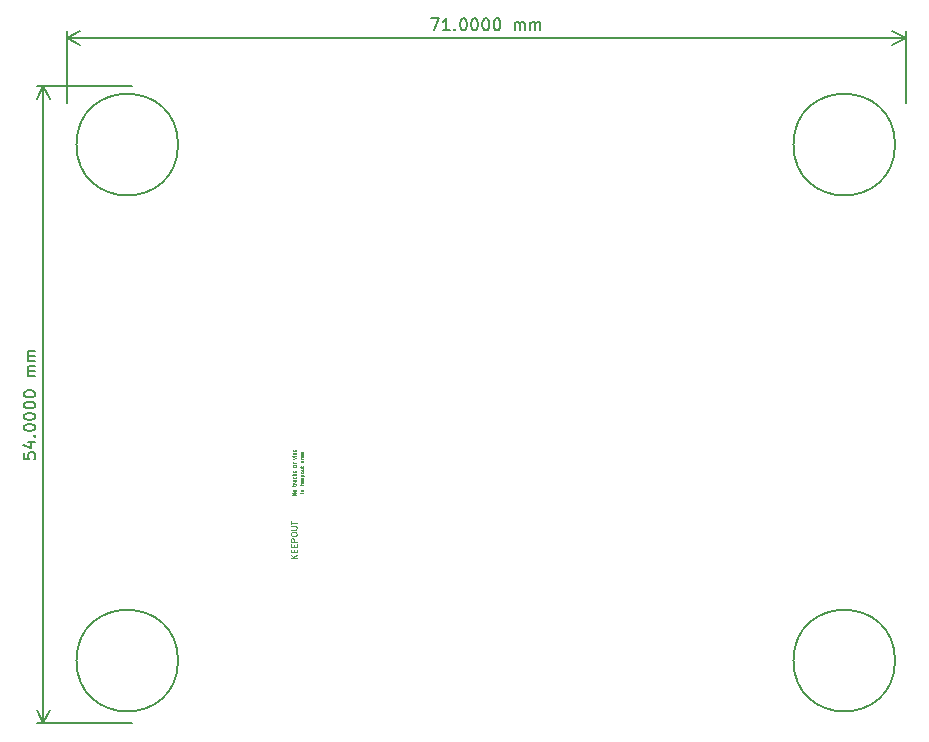
<source format=gbr>
%TF.GenerationSoftware,KiCad,Pcbnew,7.0.2-0*%
%TF.CreationDate,2023-05-23T14:33:50-04:00*%
%TF.ProjectId,7-segment-display-controller,372d7365-676d-4656-9e74-2d646973706c,A*%
%TF.SameCoordinates,Original*%
%TF.FileFunction,Other,Comment*%
%FSLAX46Y46*%
G04 Gerber Fmt 4.6, Leading zero omitted, Abs format (unit mm)*
G04 Created by KiCad (PCBNEW 7.0.2-0) date 2023-05-23 14:33:50*
%MOMM*%
%LPD*%
G01*
G04 APERTURE LIST*
%ADD10C,0.150000*%
%ADD11C,0.050000*%
%ADD12C,0.080000*%
G04 APERTURE END LIST*
D10*
X30949334Y5599380D02*
X31616000Y5599380D01*
X31616000Y5599380D02*
X31187429Y4599380D01*
X32520762Y4599380D02*
X31949334Y4599380D01*
X32235048Y4599380D02*
X32235048Y5599380D01*
X32235048Y5599380D02*
X32139810Y5456523D01*
X32139810Y5456523D02*
X32044572Y5361285D01*
X32044572Y5361285D02*
X31949334Y5313666D01*
X32949334Y4694619D02*
X32996953Y4646999D01*
X32996953Y4646999D02*
X32949334Y4599380D01*
X32949334Y4599380D02*
X32901715Y4646999D01*
X32901715Y4646999D02*
X32949334Y4694619D01*
X32949334Y4694619D02*
X32949334Y4599380D01*
X33616000Y5599380D02*
X33711238Y5599380D01*
X33711238Y5599380D02*
X33806476Y5551761D01*
X33806476Y5551761D02*
X33854095Y5504142D01*
X33854095Y5504142D02*
X33901714Y5408904D01*
X33901714Y5408904D02*
X33949333Y5218428D01*
X33949333Y5218428D02*
X33949333Y4980333D01*
X33949333Y4980333D02*
X33901714Y4789857D01*
X33901714Y4789857D02*
X33854095Y4694619D01*
X33854095Y4694619D02*
X33806476Y4646999D01*
X33806476Y4646999D02*
X33711238Y4599380D01*
X33711238Y4599380D02*
X33616000Y4599380D01*
X33616000Y4599380D02*
X33520762Y4646999D01*
X33520762Y4646999D02*
X33473143Y4694619D01*
X33473143Y4694619D02*
X33425524Y4789857D01*
X33425524Y4789857D02*
X33377905Y4980333D01*
X33377905Y4980333D02*
X33377905Y5218428D01*
X33377905Y5218428D02*
X33425524Y5408904D01*
X33425524Y5408904D02*
X33473143Y5504142D01*
X33473143Y5504142D02*
X33520762Y5551761D01*
X33520762Y5551761D02*
X33616000Y5599380D01*
X34568381Y5599380D02*
X34663619Y5599380D01*
X34663619Y5599380D02*
X34758857Y5551761D01*
X34758857Y5551761D02*
X34806476Y5504142D01*
X34806476Y5504142D02*
X34854095Y5408904D01*
X34854095Y5408904D02*
X34901714Y5218428D01*
X34901714Y5218428D02*
X34901714Y4980333D01*
X34901714Y4980333D02*
X34854095Y4789857D01*
X34854095Y4789857D02*
X34806476Y4694619D01*
X34806476Y4694619D02*
X34758857Y4646999D01*
X34758857Y4646999D02*
X34663619Y4599380D01*
X34663619Y4599380D02*
X34568381Y4599380D01*
X34568381Y4599380D02*
X34473143Y4646999D01*
X34473143Y4646999D02*
X34425524Y4694619D01*
X34425524Y4694619D02*
X34377905Y4789857D01*
X34377905Y4789857D02*
X34330286Y4980333D01*
X34330286Y4980333D02*
X34330286Y5218428D01*
X34330286Y5218428D02*
X34377905Y5408904D01*
X34377905Y5408904D02*
X34425524Y5504142D01*
X34425524Y5504142D02*
X34473143Y5551761D01*
X34473143Y5551761D02*
X34568381Y5599380D01*
X35520762Y5599380D02*
X35616000Y5599380D01*
X35616000Y5599380D02*
X35711238Y5551761D01*
X35711238Y5551761D02*
X35758857Y5504142D01*
X35758857Y5504142D02*
X35806476Y5408904D01*
X35806476Y5408904D02*
X35854095Y5218428D01*
X35854095Y5218428D02*
X35854095Y4980333D01*
X35854095Y4980333D02*
X35806476Y4789857D01*
X35806476Y4789857D02*
X35758857Y4694619D01*
X35758857Y4694619D02*
X35711238Y4646999D01*
X35711238Y4646999D02*
X35616000Y4599380D01*
X35616000Y4599380D02*
X35520762Y4599380D01*
X35520762Y4599380D02*
X35425524Y4646999D01*
X35425524Y4646999D02*
X35377905Y4694619D01*
X35377905Y4694619D02*
X35330286Y4789857D01*
X35330286Y4789857D02*
X35282667Y4980333D01*
X35282667Y4980333D02*
X35282667Y5218428D01*
X35282667Y5218428D02*
X35330286Y5408904D01*
X35330286Y5408904D02*
X35377905Y5504142D01*
X35377905Y5504142D02*
X35425524Y5551761D01*
X35425524Y5551761D02*
X35520762Y5599380D01*
X36473143Y5599380D02*
X36568381Y5599380D01*
X36568381Y5599380D02*
X36663619Y5551761D01*
X36663619Y5551761D02*
X36711238Y5504142D01*
X36711238Y5504142D02*
X36758857Y5408904D01*
X36758857Y5408904D02*
X36806476Y5218428D01*
X36806476Y5218428D02*
X36806476Y4980333D01*
X36806476Y4980333D02*
X36758857Y4789857D01*
X36758857Y4789857D02*
X36711238Y4694619D01*
X36711238Y4694619D02*
X36663619Y4646999D01*
X36663619Y4646999D02*
X36568381Y4599380D01*
X36568381Y4599380D02*
X36473143Y4599380D01*
X36473143Y4599380D02*
X36377905Y4646999D01*
X36377905Y4646999D02*
X36330286Y4694619D01*
X36330286Y4694619D02*
X36282667Y4789857D01*
X36282667Y4789857D02*
X36235048Y4980333D01*
X36235048Y4980333D02*
X36235048Y5218428D01*
X36235048Y5218428D02*
X36282667Y5408904D01*
X36282667Y5408904D02*
X36330286Y5504142D01*
X36330286Y5504142D02*
X36377905Y5551761D01*
X36377905Y5551761D02*
X36473143Y5599380D01*
X37996953Y4599380D02*
X37996953Y5266047D01*
X37996953Y5170809D02*
X38044572Y5218428D01*
X38044572Y5218428D02*
X38139810Y5266047D01*
X38139810Y5266047D02*
X38282667Y5266047D01*
X38282667Y5266047D02*
X38377905Y5218428D01*
X38377905Y5218428D02*
X38425524Y5123190D01*
X38425524Y5123190D02*
X38425524Y4599380D01*
X38425524Y5123190D02*
X38473143Y5218428D01*
X38473143Y5218428D02*
X38568381Y5266047D01*
X38568381Y5266047D02*
X38711238Y5266047D01*
X38711238Y5266047D02*
X38806477Y5218428D01*
X38806477Y5218428D02*
X38854096Y5123190D01*
X38854096Y5123190D02*
X38854096Y4599380D01*
X39330286Y4599380D02*
X39330286Y5266047D01*
X39330286Y5170809D02*
X39377905Y5218428D01*
X39377905Y5218428D02*
X39473143Y5266047D01*
X39473143Y5266047D02*
X39616000Y5266047D01*
X39616000Y5266047D02*
X39711238Y5218428D01*
X39711238Y5218428D02*
X39758857Y5123190D01*
X39758857Y5123190D02*
X39758857Y4599380D01*
X39758857Y5123190D02*
X39806476Y5218428D01*
X39806476Y5218428D02*
X39901714Y5266047D01*
X39901714Y5266047D02*
X40044571Y5266047D01*
X40044571Y5266047D02*
X40139810Y5218428D01*
X40139810Y5218428D02*
X40187429Y5123190D01*
X40187429Y5123190D02*
X40187429Y4599380D01*
X71116000Y-1588000D02*
X71116000Y4498419D01*
X116000Y-1588000D02*
X116000Y4498419D01*
X71116000Y3911999D02*
X116000Y3911999D01*
X71116000Y3911999D02*
X116000Y3911999D01*
X71116000Y3911999D02*
X69989496Y3325578D01*
X71116000Y3911999D02*
X69989496Y4498420D01*
X116000Y3911999D02*
X1242504Y4498420D01*
X116000Y3911999D02*
X1242504Y3325578D01*
X-3571381Y-31183237D02*
X-3571381Y-31659427D01*
X-3571381Y-31659427D02*
X-3095191Y-31707046D01*
X-3095191Y-31707046D02*
X-3142810Y-31659427D01*
X-3142810Y-31659427D02*
X-3190429Y-31564189D01*
X-3190429Y-31564189D02*
X-3190429Y-31326094D01*
X-3190429Y-31326094D02*
X-3142810Y-31230856D01*
X-3142810Y-31230856D02*
X-3095191Y-31183237D01*
X-3095191Y-31183237D02*
X-2999953Y-31135618D01*
X-2999953Y-31135618D02*
X-2761858Y-31135618D01*
X-2761858Y-31135618D02*
X-2666620Y-31183237D01*
X-2666620Y-31183237D02*
X-2619000Y-31230856D01*
X-2619000Y-31230856D02*
X-2571381Y-31326094D01*
X-2571381Y-31326094D02*
X-2571381Y-31564189D01*
X-2571381Y-31564189D02*
X-2619000Y-31659427D01*
X-2619000Y-31659427D02*
X-2666620Y-31707046D01*
X-3238048Y-30278475D02*
X-2571381Y-30278475D01*
X-3619000Y-30516570D02*
X-2904715Y-30754665D01*
X-2904715Y-30754665D02*
X-2904715Y-30135618D01*
X-2666620Y-29754665D02*
X-2619000Y-29707046D01*
X-2619000Y-29707046D02*
X-2571381Y-29754665D01*
X-2571381Y-29754665D02*
X-2619000Y-29802284D01*
X-2619000Y-29802284D02*
X-2666620Y-29754665D01*
X-2666620Y-29754665D02*
X-2571381Y-29754665D01*
X-3571381Y-29087999D02*
X-3571381Y-28992761D01*
X-3571381Y-28992761D02*
X-3523762Y-28897523D01*
X-3523762Y-28897523D02*
X-3476143Y-28849904D01*
X-3476143Y-28849904D02*
X-3380905Y-28802285D01*
X-3380905Y-28802285D02*
X-3190429Y-28754666D01*
X-3190429Y-28754666D02*
X-2952334Y-28754666D01*
X-2952334Y-28754666D02*
X-2761858Y-28802285D01*
X-2761858Y-28802285D02*
X-2666620Y-28849904D01*
X-2666620Y-28849904D02*
X-2619000Y-28897523D01*
X-2619000Y-28897523D02*
X-2571381Y-28992761D01*
X-2571381Y-28992761D02*
X-2571381Y-29087999D01*
X-2571381Y-29087999D02*
X-2619000Y-29183237D01*
X-2619000Y-29183237D02*
X-2666620Y-29230856D01*
X-2666620Y-29230856D02*
X-2761858Y-29278475D01*
X-2761858Y-29278475D02*
X-2952334Y-29326094D01*
X-2952334Y-29326094D02*
X-3190429Y-29326094D01*
X-3190429Y-29326094D02*
X-3380905Y-29278475D01*
X-3380905Y-29278475D02*
X-3476143Y-29230856D01*
X-3476143Y-29230856D02*
X-3523762Y-29183237D01*
X-3523762Y-29183237D02*
X-3571381Y-29087999D01*
X-3571381Y-28135618D02*
X-3571381Y-28040380D01*
X-3571381Y-28040380D02*
X-3523762Y-27945142D01*
X-3523762Y-27945142D02*
X-3476143Y-27897523D01*
X-3476143Y-27897523D02*
X-3380905Y-27849904D01*
X-3380905Y-27849904D02*
X-3190429Y-27802285D01*
X-3190429Y-27802285D02*
X-2952334Y-27802285D01*
X-2952334Y-27802285D02*
X-2761858Y-27849904D01*
X-2761858Y-27849904D02*
X-2666620Y-27897523D01*
X-2666620Y-27897523D02*
X-2619000Y-27945142D01*
X-2619000Y-27945142D02*
X-2571381Y-28040380D01*
X-2571381Y-28040380D02*
X-2571381Y-28135618D01*
X-2571381Y-28135618D02*
X-2619000Y-28230856D01*
X-2619000Y-28230856D02*
X-2666620Y-28278475D01*
X-2666620Y-28278475D02*
X-2761858Y-28326094D01*
X-2761858Y-28326094D02*
X-2952334Y-28373713D01*
X-2952334Y-28373713D02*
X-3190429Y-28373713D01*
X-3190429Y-28373713D02*
X-3380905Y-28326094D01*
X-3380905Y-28326094D02*
X-3476143Y-28278475D01*
X-3476143Y-28278475D02*
X-3523762Y-28230856D01*
X-3523762Y-28230856D02*
X-3571381Y-28135618D01*
X-3571381Y-27183237D02*
X-3571381Y-27087999D01*
X-3571381Y-27087999D02*
X-3523762Y-26992761D01*
X-3523762Y-26992761D02*
X-3476143Y-26945142D01*
X-3476143Y-26945142D02*
X-3380905Y-26897523D01*
X-3380905Y-26897523D02*
X-3190429Y-26849904D01*
X-3190429Y-26849904D02*
X-2952334Y-26849904D01*
X-2952334Y-26849904D02*
X-2761858Y-26897523D01*
X-2761858Y-26897523D02*
X-2666620Y-26945142D01*
X-2666620Y-26945142D02*
X-2619000Y-26992761D01*
X-2619000Y-26992761D02*
X-2571381Y-27087999D01*
X-2571381Y-27087999D02*
X-2571381Y-27183237D01*
X-2571381Y-27183237D02*
X-2619000Y-27278475D01*
X-2619000Y-27278475D02*
X-2666620Y-27326094D01*
X-2666620Y-27326094D02*
X-2761858Y-27373713D01*
X-2761858Y-27373713D02*
X-2952334Y-27421332D01*
X-2952334Y-27421332D02*
X-3190429Y-27421332D01*
X-3190429Y-27421332D02*
X-3380905Y-27373713D01*
X-3380905Y-27373713D02*
X-3476143Y-27326094D01*
X-3476143Y-27326094D02*
X-3523762Y-27278475D01*
X-3523762Y-27278475D02*
X-3571381Y-27183237D01*
X-3571381Y-26230856D02*
X-3571381Y-26135618D01*
X-3571381Y-26135618D02*
X-3523762Y-26040380D01*
X-3523762Y-26040380D02*
X-3476143Y-25992761D01*
X-3476143Y-25992761D02*
X-3380905Y-25945142D01*
X-3380905Y-25945142D02*
X-3190429Y-25897523D01*
X-3190429Y-25897523D02*
X-2952334Y-25897523D01*
X-2952334Y-25897523D02*
X-2761858Y-25945142D01*
X-2761858Y-25945142D02*
X-2666620Y-25992761D01*
X-2666620Y-25992761D02*
X-2619000Y-26040380D01*
X-2619000Y-26040380D02*
X-2571381Y-26135618D01*
X-2571381Y-26135618D02*
X-2571381Y-26230856D01*
X-2571381Y-26230856D02*
X-2619000Y-26326094D01*
X-2619000Y-26326094D02*
X-2666620Y-26373713D01*
X-2666620Y-26373713D02*
X-2761858Y-26421332D01*
X-2761858Y-26421332D02*
X-2952334Y-26468951D01*
X-2952334Y-26468951D02*
X-3190429Y-26468951D01*
X-3190429Y-26468951D02*
X-3380905Y-26421332D01*
X-3380905Y-26421332D02*
X-3476143Y-26373713D01*
X-3476143Y-26373713D02*
X-3523762Y-26326094D01*
X-3523762Y-26326094D02*
X-3571381Y-26230856D01*
X-2571381Y-24707046D02*
X-3238048Y-24707046D01*
X-3142810Y-24707046D02*
X-3190429Y-24659427D01*
X-3190429Y-24659427D02*
X-3238048Y-24564189D01*
X-3238048Y-24564189D02*
X-3238048Y-24421332D01*
X-3238048Y-24421332D02*
X-3190429Y-24326094D01*
X-3190429Y-24326094D02*
X-3095191Y-24278475D01*
X-3095191Y-24278475D02*
X-2571381Y-24278475D01*
X-3095191Y-24278475D02*
X-3190429Y-24230856D01*
X-3190429Y-24230856D02*
X-3238048Y-24135618D01*
X-3238048Y-24135618D02*
X-3238048Y-23992761D01*
X-3238048Y-23992761D02*
X-3190429Y-23897522D01*
X-3190429Y-23897522D02*
X-3095191Y-23849903D01*
X-3095191Y-23849903D02*
X-2571381Y-23849903D01*
X-2571381Y-23373713D02*
X-3238048Y-23373713D01*
X-3142810Y-23373713D02*
X-3190429Y-23326094D01*
X-3190429Y-23326094D02*
X-3238048Y-23230856D01*
X-3238048Y-23230856D02*
X-3238048Y-23087999D01*
X-3238048Y-23087999D02*
X-3190429Y-22992761D01*
X-3190429Y-22992761D02*
X-3095191Y-22945142D01*
X-3095191Y-22945142D02*
X-2571381Y-22945142D01*
X-3095191Y-22945142D02*
X-3190429Y-22897523D01*
X-3190429Y-22897523D02*
X-3238048Y-22802285D01*
X-3238048Y-22802285D02*
X-3238048Y-22659428D01*
X-3238048Y-22659428D02*
X-3190429Y-22564189D01*
X-3190429Y-22564189D02*
X-3095191Y-22516570D01*
X-3095191Y-22516570D02*
X-2571381Y-22516570D01*
X5615999Y-88000D02*
X-2470420Y-88000D01*
X5615999Y-54088000D02*
X-2470420Y-54088000D01*
X-1884000Y-88000D02*
X-1884000Y-54088000D01*
X-1884000Y-88000D02*
X-1884000Y-54088000D01*
X-1884000Y-88000D02*
X-1297579Y-1214504D01*
X-1884000Y-88000D02*
X-2470421Y-1214504D01*
X-1884000Y-54088000D02*
X-2470421Y-52961496D01*
X-1884000Y-54088000D02*
X-1297579Y-52961496D01*
D11*
%TO.C,J101*%
X20103185Y-34570772D02*
X19903185Y-34570772D01*
X19803185Y-34570772D02*
X19817471Y-34585058D01*
X19817471Y-34585058D02*
X19831757Y-34570772D01*
X19831757Y-34570772D02*
X19817471Y-34556486D01*
X19817471Y-34556486D02*
X19803185Y-34570772D01*
X19803185Y-34570772D02*
X19831757Y-34570772D01*
X19903185Y-34427915D02*
X20103185Y-34427915D01*
X19931757Y-34427915D02*
X19917471Y-34413629D01*
X19917471Y-34413629D02*
X19903185Y-34385058D01*
X19903185Y-34385058D02*
X19903185Y-34342201D01*
X19903185Y-34342201D02*
X19917471Y-34313629D01*
X19917471Y-34313629D02*
X19946042Y-34299344D01*
X19946042Y-34299344D02*
X20103185Y-34299344D01*
X20103185Y-33927915D02*
X19803185Y-33927915D01*
X19988900Y-33899344D02*
X20103185Y-33813629D01*
X19903185Y-33813629D02*
X20017471Y-33927915D01*
X20088900Y-33570772D02*
X20103185Y-33599344D01*
X20103185Y-33599344D02*
X20103185Y-33656487D01*
X20103185Y-33656487D02*
X20088900Y-33685058D01*
X20088900Y-33685058D02*
X20060328Y-33699344D01*
X20060328Y-33699344D02*
X19946042Y-33699344D01*
X19946042Y-33699344D02*
X19917471Y-33685058D01*
X19917471Y-33685058D02*
X19903185Y-33656487D01*
X19903185Y-33656487D02*
X19903185Y-33599344D01*
X19903185Y-33599344D02*
X19917471Y-33570772D01*
X19917471Y-33570772D02*
X19946042Y-33556487D01*
X19946042Y-33556487D02*
X19974614Y-33556487D01*
X19974614Y-33556487D02*
X20003185Y-33699344D01*
X20088900Y-33313629D02*
X20103185Y-33342201D01*
X20103185Y-33342201D02*
X20103185Y-33399344D01*
X20103185Y-33399344D02*
X20088900Y-33427915D01*
X20088900Y-33427915D02*
X20060328Y-33442201D01*
X20060328Y-33442201D02*
X19946042Y-33442201D01*
X19946042Y-33442201D02*
X19917471Y-33427915D01*
X19917471Y-33427915D02*
X19903185Y-33399344D01*
X19903185Y-33399344D02*
X19903185Y-33342201D01*
X19903185Y-33342201D02*
X19917471Y-33313629D01*
X19917471Y-33313629D02*
X19946042Y-33299344D01*
X19946042Y-33299344D02*
X19974614Y-33299344D01*
X19974614Y-33299344D02*
X20003185Y-33442201D01*
X19903185Y-33170772D02*
X20203185Y-33170772D01*
X19917471Y-33170772D02*
X19903185Y-33142201D01*
X19903185Y-33142201D02*
X19903185Y-33085058D01*
X19903185Y-33085058D02*
X19917471Y-33056486D01*
X19917471Y-33056486D02*
X19931757Y-33042201D01*
X19931757Y-33042201D02*
X19960328Y-33027915D01*
X19960328Y-33027915D02*
X20046042Y-33027915D01*
X20046042Y-33027915D02*
X20074614Y-33042201D01*
X20074614Y-33042201D02*
X20088900Y-33056486D01*
X20088900Y-33056486D02*
X20103185Y-33085058D01*
X20103185Y-33085058D02*
X20103185Y-33142201D01*
X20103185Y-33142201D02*
X20088900Y-33170772D01*
X20103185Y-32856486D02*
X20088900Y-32885057D01*
X20088900Y-32885057D02*
X20074614Y-32899343D01*
X20074614Y-32899343D02*
X20046042Y-32913629D01*
X20046042Y-32913629D02*
X19960328Y-32913629D01*
X19960328Y-32913629D02*
X19931757Y-32899343D01*
X19931757Y-32899343D02*
X19917471Y-32885057D01*
X19917471Y-32885057D02*
X19903185Y-32856486D01*
X19903185Y-32856486D02*
X19903185Y-32813629D01*
X19903185Y-32813629D02*
X19917471Y-32785057D01*
X19917471Y-32785057D02*
X19931757Y-32770772D01*
X19931757Y-32770772D02*
X19960328Y-32756486D01*
X19960328Y-32756486D02*
X20046042Y-32756486D01*
X20046042Y-32756486D02*
X20074614Y-32770772D01*
X20074614Y-32770772D02*
X20088900Y-32785057D01*
X20088900Y-32785057D02*
X20103185Y-32813629D01*
X20103185Y-32813629D02*
X20103185Y-32856486D01*
X19903185Y-32499343D02*
X20103185Y-32499343D01*
X19903185Y-32627914D02*
X20060328Y-32627914D01*
X20060328Y-32627914D02*
X20088900Y-32613628D01*
X20088900Y-32613628D02*
X20103185Y-32585057D01*
X20103185Y-32585057D02*
X20103185Y-32542200D01*
X20103185Y-32542200D02*
X20088900Y-32513628D01*
X20088900Y-32513628D02*
X20074614Y-32499343D01*
X19903185Y-32399342D02*
X19903185Y-32285056D01*
X19803185Y-32356485D02*
X20060328Y-32356485D01*
X20060328Y-32356485D02*
X20088900Y-32342199D01*
X20088900Y-32342199D02*
X20103185Y-32313628D01*
X20103185Y-32313628D02*
X20103185Y-32285056D01*
X20103185Y-31827914D02*
X19946042Y-31827914D01*
X19946042Y-31827914D02*
X19917471Y-31842199D01*
X19917471Y-31842199D02*
X19903185Y-31870771D01*
X19903185Y-31870771D02*
X19903185Y-31927914D01*
X19903185Y-31927914D02*
X19917471Y-31956485D01*
X20088900Y-31827914D02*
X20103185Y-31856485D01*
X20103185Y-31856485D02*
X20103185Y-31927914D01*
X20103185Y-31927914D02*
X20088900Y-31956485D01*
X20088900Y-31956485D02*
X20060328Y-31970771D01*
X20060328Y-31970771D02*
X20031757Y-31970771D01*
X20031757Y-31970771D02*
X20003185Y-31956485D01*
X20003185Y-31956485D02*
X19988900Y-31927914D01*
X19988900Y-31927914D02*
X19988900Y-31856485D01*
X19988900Y-31856485D02*
X19974614Y-31827914D01*
X20103185Y-31685056D02*
X19903185Y-31685056D01*
X19960328Y-31685056D02*
X19931757Y-31670770D01*
X19931757Y-31670770D02*
X19917471Y-31656485D01*
X19917471Y-31656485D02*
X19903185Y-31627913D01*
X19903185Y-31627913D02*
X19903185Y-31599342D01*
X20088900Y-31385056D02*
X20103185Y-31413628D01*
X20103185Y-31413628D02*
X20103185Y-31470771D01*
X20103185Y-31470771D02*
X20088900Y-31499342D01*
X20088900Y-31499342D02*
X20060328Y-31513628D01*
X20060328Y-31513628D02*
X19946042Y-31513628D01*
X19946042Y-31513628D02*
X19917471Y-31499342D01*
X19917471Y-31499342D02*
X19903185Y-31470771D01*
X19903185Y-31470771D02*
X19903185Y-31413628D01*
X19903185Y-31413628D02*
X19917471Y-31385056D01*
X19917471Y-31385056D02*
X19946042Y-31370771D01*
X19946042Y-31370771D02*
X19974614Y-31370771D01*
X19974614Y-31370771D02*
X20003185Y-31513628D01*
X20103185Y-31113628D02*
X19946042Y-31113628D01*
X19946042Y-31113628D02*
X19917471Y-31127913D01*
X19917471Y-31127913D02*
X19903185Y-31156485D01*
X19903185Y-31156485D02*
X19903185Y-31213628D01*
X19903185Y-31213628D02*
X19917471Y-31242199D01*
X20088900Y-31113628D02*
X20103185Y-31142199D01*
X20103185Y-31142199D02*
X20103185Y-31213628D01*
X20103185Y-31213628D02*
X20088900Y-31242199D01*
X20088900Y-31242199D02*
X20060328Y-31256485D01*
X20060328Y-31256485D02*
X20031757Y-31256485D01*
X20031757Y-31256485D02*
X20003185Y-31242199D01*
X20003185Y-31242199D02*
X19988900Y-31213628D01*
X19988900Y-31213628D02*
X19988900Y-31142199D01*
X19988900Y-31142199D02*
X19974614Y-31113628D01*
D12*
X19560709Y-40104819D02*
X19060709Y-40104819D01*
X19560709Y-39819105D02*
X19274995Y-40033390D01*
X19060709Y-39819105D02*
X19346423Y-40104819D01*
X19298804Y-39604819D02*
X19298804Y-39438152D01*
X19560709Y-39366724D02*
X19560709Y-39604819D01*
X19560709Y-39604819D02*
X19060709Y-39604819D01*
X19060709Y-39604819D02*
X19060709Y-39366724D01*
X19298804Y-39152438D02*
X19298804Y-38985771D01*
X19560709Y-38914343D02*
X19560709Y-39152438D01*
X19560709Y-39152438D02*
X19060709Y-39152438D01*
X19060709Y-39152438D02*
X19060709Y-38914343D01*
X19560709Y-38700057D02*
X19060709Y-38700057D01*
X19060709Y-38700057D02*
X19060709Y-38509581D01*
X19060709Y-38509581D02*
X19084519Y-38461962D01*
X19084519Y-38461962D02*
X19108328Y-38438152D01*
X19108328Y-38438152D02*
X19155947Y-38414343D01*
X19155947Y-38414343D02*
X19227376Y-38414343D01*
X19227376Y-38414343D02*
X19274995Y-38438152D01*
X19274995Y-38438152D02*
X19298804Y-38461962D01*
X19298804Y-38461962D02*
X19322614Y-38509581D01*
X19322614Y-38509581D02*
X19322614Y-38700057D01*
X19060709Y-38104819D02*
X19060709Y-38009581D01*
X19060709Y-38009581D02*
X19084519Y-37961962D01*
X19084519Y-37961962D02*
X19132138Y-37914343D01*
X19132138Y-37914343D02*
X19227376Y-37890533D01*
X19227376Y-37890533D02*
X19394042Y-37890533D01*
X19394042Y-37890533D02*
X19489280Y-37914343D01*
X19489280Y-37914343D02*
X19536900Y-37961962D01*
X19536900Y-37961962D02*
X19560709Y-38009581D01*
X19560709Y-38009581D02*
X19560709Y-38104819D01*
X19560709Y-38104819D02*
X19536900Y-38152438D01*
X19536900Y-38152438D02*
X19489280Y-38200057D01*
X19489280Y-38200057D02*
X19394042Y-38223866D01*
X19394042Y-38223866D02*
X19227376Y-38223866D01*
X19227376Y-38223866D02*
X19132138Y-38200057D01*
X19132138Y-38200057D02*
X19084519Y-38152438D01*
X19084519Y-38152438D02*
X19060709Y-38104819D01*
X19060709Y-37676247D02*
X19465471Y-37676247D01*
X19465471Y-37676247D02*
X19513090Y-37652437D01*
X19513090Y-37652437D02*
X19536900Y-37628628D01*
X19536900Y-37628628D02*
X19560709Y-37581009D01*
X19560709Y-37581009D02*
X19560709Y-37485771D01*
X19560709Y-37485771D02*
X19536900Y-37438152D01*
X19536900Y-37438152D02*
X19513090Y-37414342D01*
X19513090Y-37414342D02*
X19465471Y-37390533D01*
X19465471Y-37390533D02*
X19060709Y-37390533D01*
X19060709Y-37223865D02*
X19060709Y-36938151D01*
X19560709Y-37081008D02*
X19060709Y-37081008D01*
D11*
X19468185Y-34763628D02*
X19168185Y-34763628D01*
X19168185Y-34763628D02*
X19468185Y-34592199D01*
X19468185Y-34592199D02*
X19168185Y-34592199D01*
X19468185Y-34406485D02*
X19453900Y-34435056D01*
X19453900Y-34435056D02*
X19439614Y-34449342D01*
X19439614Y-34449342D02*
X19411042Y-34463628D01*
X19411042Y-34463628D02*
X19325328Y-34463628D01*
X19325328Y-34463628D02*
X19296757Y-34449342D01*
X19296757Y-34449342D02*
X19282471Y-34435056D01*
X19282471Y-34435056D02*
X19268185Y-34406485D01*
X19268185Y-34406485D02*
X19268185Y-34363628D01*
X19268185Y-34363628D02*
X19282471Y-34335056D01*
X19282471Y-34335056D02*
X19296757Y-34320771D01*
X19296757Y-34320771D02*
X19325328Y-34306485D01*
X19325328Y-34306485D02*
X19411042Y-34306485D01*
X19411042Y-34306485D02*
X19439614Y-34320771D01*
X19439614Y-34320771D02*
X19453900Y-34335056D01*
X19453900Y-34335056D02*
X19468185Y-34363628D01*
X19468185Y-34363628D02*
X19468185Y-34406485D01*
X19268185Y-33992199D02*
X19268185Y-33877913D01*
X19168185Y-33949342D02*
X19425328Y-33949342D01*
X19425328Y-33949342D02*
X19453900Y-33935056D01*
X19453900Y-33935056D02*
X19468185Y-33906485D01*
X19468185Y-33906485D02*
X19468185Y-33877913D01*
X19468185Y-33777913D02*
X19268185Y-33777913D01*
X19325328Y-33777913D02*
X19296757Y-33763627D01*
X19296757Y-33763627D02*
X19282471Y-33749342D01*
X19282471Y-33749342D02*
X19268185Y-33720770D01*
X19268185Y-33720770D02*
X19268185Y-33692199D01*
X19468185Y-33463628D02*
X19311042Y-33463628D01*
X19311042Y-33463628D02*
X19282471Y-33477913D01*
X19282471Y-33477913D02*
X19268185Y-33506485D01*
X19268185Y-33506485D02*
X19268185Y-33563628D01*
X19268185Y-33563628D02*
X19282471Y-33592199D01*
X19453900Y-33463628D02*
X19468185Y-33492199D01*
X19468185Y-33492199D02*
X19468185Y-33563628D01*
X19468185Y-33563628D02*
X19453900Y-33592199D01*
X19453900Y-33592199D02*
X19425328Y-33606485D01*
X19425328Y-33606485D02*
X19396757Y-33606485D01*
X19396757Y-33606485D02*
X19368185Y-33592199D01*
X19368185Y-33592199D02*
X19353900Y-33563628D01*
X19353900Y-33563628D02*
X19353900Y-33492199D01*
X19353900Y-33492199D02*
X19339614Y-33463628D01*
X19453900Y-33192199D02*
X19468185Y-33220770D01*
X19468185Y-33220770D02*
X19468185Y-33277913D01*
X19468185Y-33277913D02*
X19453900Y-33306484D01*
X19453900Y-33306484D02*
X19439614Y-33320770D01*
X19439614Y-33320770D02*
X19411042Y-33335056D01*
X19411042Y-33335056D02*
X19325328Y-33335056D01*
X19325328Y-33335056D02*
X19296757Y-33320770D01*
X19296757Y-33320770D02*
X19282471Y-33306484D01*
X19282471Y-33306484D02*
X19268185Y-33277913D01*
X19268185Y-33277913D02*
X19268185Y-33220770D01*
X19268185Y-33220770D02*
X19282471Y-33192199D01*
X19468185Y-33063627D02*
X19168185Y-33063627D01*
X19353900Y-33035056D02*
X19468185Y-32949341D01*
X19268185Y-32949341D02*
X19382471Y-33063627D01*
X19453900Y-32835056D02*
X19468185Y-32806484D01*
X19468185Y-32806484D02*
X19468185Y-32749341D01*
X19468185Y-32749341D02*
X19453900Y-32720770D01*
X19453900Y-32720770D02*
X19425328Y-32706484D01*
X19425328Y-32706484D02*
X19411042Y-32706484D01*
X19411042Y-32706484D02*
X19382471Y-32720770D01*
X19382471Y-32720770D02*
X19368185Y-32749341D01*
X19368185Y-32749341D02*
X19368185Y-32792199D01*
X19368185Y-32792199D02*
X19353900Y-32820770D01*
X19353900Y-32820770D02*
X19325328Y-32835056D01*
X19325328Y-32835056D02*
X19311042Y-32835056D01*
X19311042Y-32835056D02*
X19282471Y-32820770D01*
X19282471Y-32820770D02*
X19268185Y-32792199D01*
X19268185Y-32792199D02*
X19268185Y-32749341D01*
X19268185Y-32749341D02*
X19282471Y-32720770D01*
X19468185Y-32306485D02*
X19453900Y-32335056D01*
X19453900Y-32335056D02*
X19439614Y-32349342D01*
X19439614Y-32349342D02*
X19411042Y-32363628D01*
X19411042Y-32363628D02*
X19325328Y-32363628D01*
X19325328Y-32363628D02*
X19296757Y-32349342D01*
X19296757Y-32349342D02*
X19282471Y-32335056D01*
X19282471Y-32335056D02*
X19268185Y-32306485D01*
X19268185Y-32306485D02*
X19268185Y-32263628D01*
X19268185Y-32263628D02*
X19282471Y-32235056D01*
X19282471Y-32235056D02*
X19296757Y-32220771D01*
X19296757Y-32220771D02*
X19325328Y-32206485D01*
X19325328Y-32206485D02*
X19411042Y-32206485D01*
X19411042Y-32206485D02*
X19439614Y-32220771D01*
X19439614Y-32220771D02*
X19453900Y-32235056D01*
X19453900Y-32235056D02*
X19468185Y-32263628D01*
X19468185Y-32263628D02*
X19468185Y-32306485D01*
X19468185Y-32077913D02*
X19268185Y-32077913D01*
X19325328Y-32077913D02*
X19296757Y-32063627D01*
X19296757Y-32063627D02*
X19282471Y-32049342D01*
X19282471Y-32049342D02*
X19268185Y-32020770D01*
X19268185Y-32020770D02*
X19268185Y-31992199D01*
X19268185Y-31692199D02*
X19468185Y-31620771D01*
X19468185Y-31620771D02*
X19268185Y-31549342D01*
X19468185Y-31435057D02*
X19268185Y-31435057D01*
X19168185Y-31435057D02*
X19182471Y-31449343D01*
X19182471Y-31449343D02*
X19196757Y-31435057D01*
X19196757Y-31435057D02*
X19182471Y-31420771D01*
X19182471Y-31420771D02*
X19168185Y-31435057D01*
X19168185Y-31435057D02*
X19196757Y-31435057D01*
X19468185Y-31163629D02*
X19311042Y-31163629D01*
X19311042Y-31163629D02*
X19282471Y-31177914D01*
X19282471Y-31177914D02*
X19268185Y-31206486D01*
X19268185Y-31206486D02*
X19268185Y-31263629D01*
X19268185Y-31263629D02*
X19282471Y-31292200D01*
X19453900Y-31163629D02*
X19468185Y-31192200D01*
X19468185Y-31192200D02*
X19468185Y-31263629D01*
X19468185Y-31263629D02*
X19453900Y-31292200D01*
X19453900Y-31292200D02*
X19425328Y-31306486D01*
X19425328Y-31306486D02*
X19396757Y-31306486D01*
X19396757Y-31306486D02*
X19368185Y-31292200D01*
X19368185Y-31292200D02*
X19353900Y-31263629D01*
X19353900Y-31263629D02*
X19353900Y-31192200D01*
X19353900Y-31192200D02*
X19339614Y-31163629D01*
X19453900Y-31035057D02*
X19468185Y-31006485D01*
X19468185Y-31006485D02*
X19468185Y-30949342D01*
X19468185Y-30949342D02*
X19453900Y-30920771D01*
X19453900Y-30920771D02*
X19425328Y-30906485D01*
X19425328Y-30906485D02*
X19411042Y-30906485D01*
X19411042Y-30906485D02*
X19382471Y-30920771D01*
X19382471Y-30920771D02*
X19368185Y-30949342D01*
X19368185Y-30949342D02*
X19368185Y-30992200D01*
X19368185Y-30992200D02*
X19353900Y-31020771D01*
X19353900Y-31020771D02*
X19325328Y-31035057D01*
X19325328Y-31035057D02*
X19311042Y-31035057D01*
X19311042Y-31035057D02*
X19282471Y-31020771D01*
X19282471Y-31020771D02*
X19268185Y-30992200D01*
X19268185Y-30992200D02*
X19268185Y-30949342D01*
X19268185Y-30949342D02*
X19282471Y-30920771D01*
D10*
%TO.C,H104*%
X9507000Y-48768000D02*
G75*
G03*
X9507000Y-48768000I-4300000J0D01*
G01*
%TO.C,H103*%
X9507000Y-5080000D02*
G75*
G03*
X9507000Y-5080000I-4300000J0D01*
G01*
%TO.C,H102*%
X70213000Y-48768000D02*
G75*
G03*
X70213000Y-48768000I-4300000J0D01*
G01*
%TO.C,H101*%
X70213000Y-5080000D02*
G75*
G03*
X70213000Y-5080000I-4300000J0D01*
G01*
%TD*%
M02*

</source>
